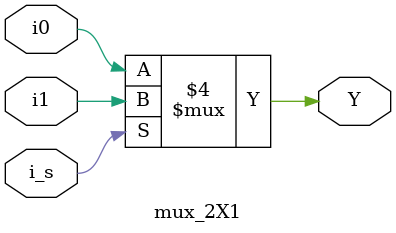
<source format=v>
`timescale 1ns / 1ps

module mux_2X1(input i0, i1, i_s,
output reg Y
    );
    always @(*) begin
    if(!i_s)
    Y = i0;
    else
    Y = i1;
    end
endmodule

</source>
